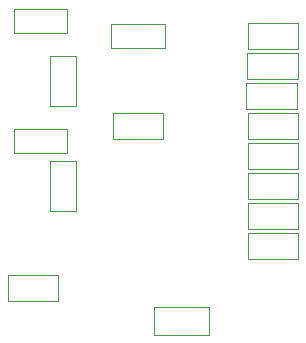
<source format=gbr>
G04 #@! TF.GenerationSoftware,KiCad,Pcbnew,(5.0.2)-1*
G04 #@! TF.CreationDate,2018-12-20T14:21:34+01:00*
G04 #@! TF.ProjectId,MutltiSwitch_Sw8,4d75746c-7469-4537-9769-7463685f5377,0.1*
G04 #@! TF.SameCoordinates,Original*
G04 #@! TF.FileFunction,Other,User*
%FSLAX46Y46*%
G04 Gerber Fmt 4.6, Leading zero omitted, Abs format (unit mm)*
G04 Created by KiCad (PCBNEW (5.0.2)-1) date 20/12/2018 14:21:34*
%MOMM*%
%LPD*%
G01*
G04 APERTURE LIST*
%ADD10C,0.050000*%
G04 APERTURE END LIST*
D10*
G04 #@! TO.C,C1*
X143165000Y-92490000D02*
X147665000Y-92490000D01*
X143165000Y-92490000D02*
X143165000Y-90390000D01*
X147665000Y-90390000D02*
X147665000Y-92490000D01*
X147665000Y-90390000D02*
X143165000Y-90390000D01*
G04 #@! TO.C,C2*
X134910000Y-101380000D02*
X139410000Y-101380000D01*
X134910000Y-101380000D02*
X134910000Y-99280000D01*
X139410000Y-99280000D02*
X139410000Y-101380000D01*
X139410000Y-99280000D02*
X134910000Y-99280000D01*
G04 #@! TO.C,C3*
X134910000Y-91220000D02*
X139410000Y-91220000D01*
X134910000Y-91220000D02*
X134910000Y-89120000D01*
X139410000Y-89120000D02*
X139410000Y-91220000D01*
X139410000Y-89120000D02*
X134910000Y-89120000D01*
G04 #@! TO.C,R2*
X143265000Y-100170000D02*
X147565000Y-100170000D01*
X143265000Y-100170000D02*
X143265000Y-97960000D01*
X147565000Y-97960000D02*
X147565000Y-100170000D01*
X147565000Y-97960000D02*
X143265000Y-97960000D01*
G04 #@! TO.C,R1*
X140175000Y-106290000D02*
X140175000Y-101990000D01*
X140175000Y-106290000D02*
X137965000Y-106290000D01*
X137965000Y-101990000D02*
X140175000Y-101990000D01*
X137965000Y-101990000D02*
X137965000Y-106290000D01*
G04 #@! TO.C,D2*
X151448000Y-114420000D02*
X146748000Y-114420000D01*
X146748000Y-114420000D02*
X146748000Y-116720000D01*
X146748000Y-116720000D02*
X151448000Y-116720000D01*
X151448000Y-114420000D02*
X151448000Y-116720000D01*
G04 #@! TO.C,R3*
X134375000Y-113886000D02*
X138675000Y-113886000D01*
X134375000Y-113886000D02*
X134375000Y-111676000D01*
X138675000Y-111676000D02*
X138675000Y-113886000D01*
X138675000Y-111676000D02*
X134375000Y-111676000D01*
G04 #@! TO.C,R5*
X140175000Y-97400000D02*
X140175000Y-93100000D01*
X140175000Y-97400000D02*
X137965000Y-97400000D01*
X137965000Y-93100000D02*
X140175000Y-93100000D01*
X137965000Y-93100000D02*
X137965000Y-97400000D01*
G04 #@! TO.C,R6*
X154695000Y-92550000D02*
X158995000Y-92550000D01*
X154695000Y-92550000D02*
X154695000Y-90340000D01*
X158995000Y-90340000D02*
X158995000Y-92550000D01*
X158995000Y-90340000D02*
X154695000Y-90340000D01*
G04 #@! TO.C,R7*
X154642000Y-95090000D02*
X158942000Y-95090000D01*
X154642000Y-95090000D02*
X154642000Y-92880000D01*
X158942000Y-92880000D02*
X158942000Y-95090000D01*
X158942000Y-92880000D02*
X154642000Y-92880000D01*
G04 #@! TO.C,R8*
X154568000Y-97630000D02*
X158868000Y-97630000D01*
X154568000Y-97630000D02*
X154568000Y-95420000D01*
X158868000Y-95420000D02*
X158868000Y-97630000D01*
X158868000Y-95420000D02*
X154568000Y-95420000D01*
G04 #@! TO.C,R9*
X154695000Y-100170000D02*
X158995000Y-100170000D01*
X154695000Y-100170000D02*
X154695000Y-97960000D01*
X158995000Y-97960000D02*
X158995000Y-100170000D01*
X158995000Y-97960000D02*
X154695000Y-97960000D01*
G04 #@! TO.C,R10*
X154695000Y-102710000D02*
X158995000Y-102710000D01*
X154695000Y-102710000D02*
X154695000Y-100500000D01*
X158995000Y-100500000D02*
X158995000Y-102710000D01*
X158995000Y-100500000D02*
X154695000Y-100500000D01*
G04 #@! TO.C,R11*
X154695000Y-105250000D02*
X158995000Y-105250000D01*
X154695000Y-105250000D02*
X154695000Y-103040000D01*
X158995000Y-103040000D02*
X158995000Y-105250000D01*
X158995000Y-103040000D02*
X154695000Y-103040000D01*
G04 #@! TO.C,R12*
X154695000Y-107790000D02*
X158995000Y-107790000D01*
X154695000Y-107790000D02*
X154695000Y-105580000D01*
X158995000Y-105580000D02*
X158995000Y-107790000D01*
X158995000Y-105580000D02*
X154695000Y-105580000D01*
G04 #@! TO.C,R13*
X154695000Y-110330000D02*
X158995000Y-110330000D01*
X154695000Y-110330000D02*
X154695000Y-108120000D01*
X158995000Y-108120000D02*
X158995000Y-110330000D01*
X158995000Y-108120000D02*
X154695000Y-108120000D01*
G04 #@! TD*
M02*

</source>
